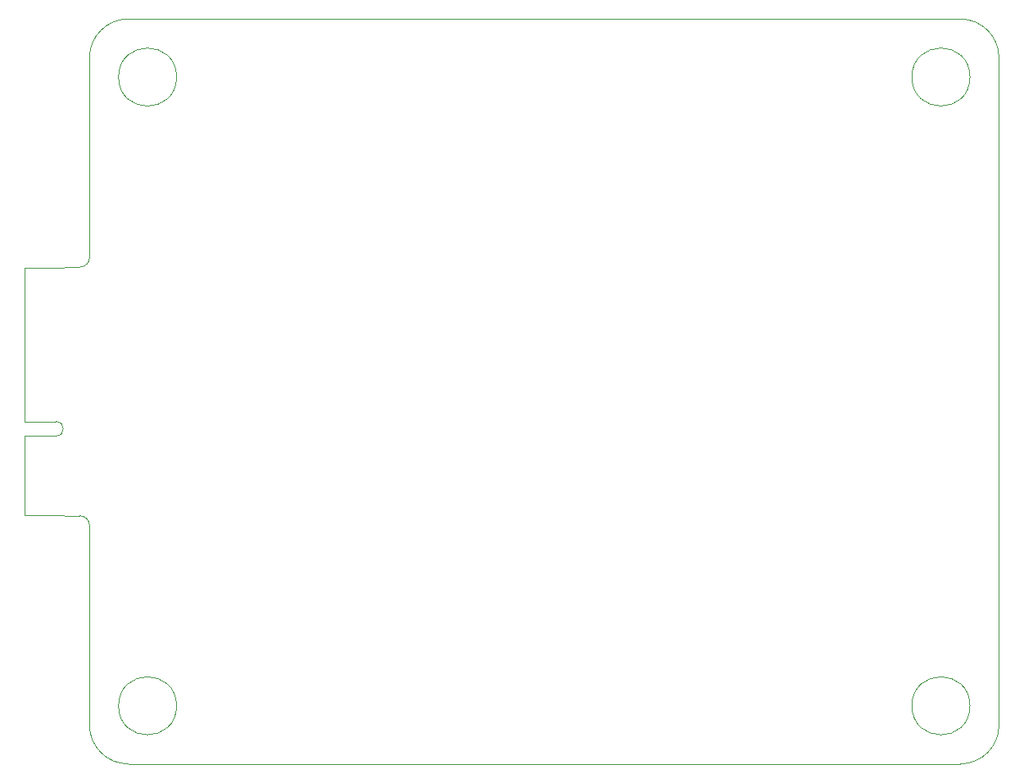
<source format=gbr>
%TF.GenerationSoftware,KiCad,Pcbnew,(6.0.7)*%
%TF.CreationDate,2023-01-04T15:29:54-05:00*%
%TF.ProjectId,PrototypeBoard,50726f74-6f74-4797-9065-426f6172642e,rev?*%
%TF.SameCoordinates,Original*%
%TF.FileFunction,Profile,NP*%
%FSLAX46Y46*%
G04 Gerber Fmt 4.6, Leading zero omitted, Abs format (unit mm)*
G04 Created by KiCad (PCBNEW (6.0.7)) date 2023-01-04 15:29:54*
%MOMM*%
%LPD*%
G01*
G04 APERTURE LIST*
%TA.AperFunction,Profile*%
%ADD10C,0.100000*%
%TD*%
%TA.AperFunction,Profile*%
%ADD11C,0.050000*%
%TD*%
G04 APERTURE END LIST*
D10*
X92664412Y-113109558D02*
X95870014Y-113153190D01*
X96870012Y-65803272D02*
X96870012Y-86453218D01*
X100870004Y-61803282D02*
G75*
G03*
X96870012Y-65803272I66J-4000058D01*
G01*
X96870012Y-114153188D02*
X96870012Y-134803134D01*
X190870020Y-65803272D02*
G75*
G03*
X186870086Y-61803280I-3999820J172D01*
G01*
X92664412Y-87509558D02*
X95870014Y-87453216D01*
X105869994Y-67803268D02*
G75*
G03*
X105869994Y-67803268I-2999994J0D01*
G01*
X186870086Y-61803280D02*
X100870004Y-61803280D01*
X100870004Y-138803126D02*
X186870086Y-138803126D01*
X186870086Y-138803178D02*
G75*
G03*
X190870078Y-134803134I-86J4000078D01*
G01*
X96870010Y-114153188D02*
G75*
G03*
X95870014Y-113153190I-1000010J-12D01*
G01*
X105869994Y-132803138D02*
G75*
G03*
X105869994Y-132803138I-2999994J0D01*
G01*
X187870084Y-67803268D02*
G75*
G03*
X187870084Y-67803268I-2999994J0D01*
G01*
X95870014Y-87453212D02*
G75*
G03*
X96870012Y-86453218I86J999912D01*
G01*
X187870084Y-132803138D02*
G75*
G03*
X187870084Y-132803138I-2999994J0D01*
G01*
X190870078Y-134803134D02*
X190870078Y-121053098D01*
X190870078Y-121053098D02*
X190870078Y-79553308D01*
X96869974Y-134803134D02*
G75*
G03*
X100870004Y-138803126I4000026J34D01*
G01*
X190870078Y-79553308D02*
X190870078Y-65803272D01*
D11*
%TO.C,J1*%
X90164412Y-103409558D02*
X90164412Y-87509558D01*
X90164412Y-113109558D02*
X92664412Y-113109558D01*
X90164412Y-104909558D02*
X93414412Y-104909558D01*
X90164412Y-87509558D02*
X92664412Y-87509558D01*
X90164412Y-104909558D02*
X90164412Y-113109558D01*
X90164412Y-103409558D02*
X93414412Y-103409558D01*
X93414412Y-104909558D02*
G75*
G03*
X93414412Y-103409558I0J750000D01*
G01*
%TD*%
M02*

</source>
